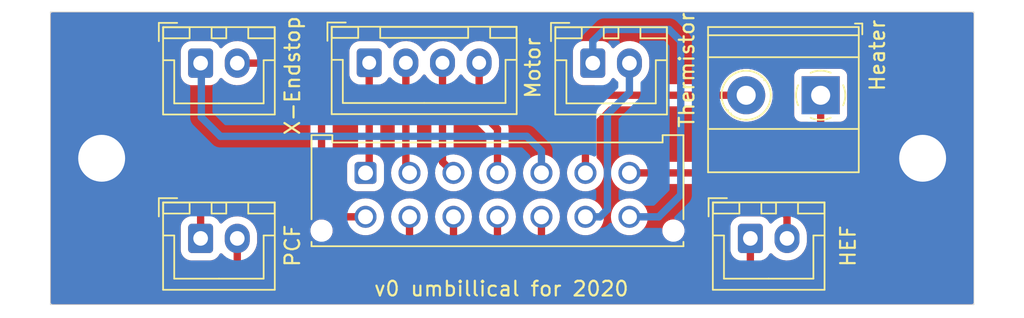
<source format=kicad_pcb>
(kicad_pcb (version 20221018) (generator pcbnew)
  (layers (0 "F.Cu" signal) (31 "B.Cu" signal) (34 "B.Paste" user) (35 "F.Paste" user) (36 "B.SilkS" user "B.Silkscreen") (37 "F.SilkS" user "F.Silkscreen") (38 "B.Mask" user) (39 "F.Mask" user) (44 "Edge.Cuts" user))
  (net 0 "")
  (net 1 "Net-(J1-Pin_5)")
  (net 2 "Net-(J1-Pin_6)")
  (net 3 "Net-(J1-Pin_7)")
  (net 4 "Net-(J1-Pin_8)")
  (net 5 "Net-(J1-Pin_13)")
  (net 6 "Net-(J1-Pin_14)")
  (net 7 "/Hotend_Fan+")
  (net 8 "/Hotend_Fan-")
  (net 9 "/PartFan-")
  (net 10 "/PartFan+")
  (net 11 "/B2")
  (net 12 "/B1")
  (net 13 "/A2")
  (net 14 "/A1")
  (net 15 "GND")
  (footprint "Connector_JST:JST_XH_B4B-XH-A_1x04_P2.50mm_Vertical" (layer "F.Cu") (at 109.25 103.475)
    (fp_text reference "J2" hide)
    (fp_text value "Motor")
    (fp_line (start -2.85 -2.75) (end -2.85 -1.5) (stroke (width 0.12)) (layer "F.SilkS"))
    (fp_line (start -2.56 -2.46) (end -2.56 3.51) (stroke (width 0.12)) (layer "F.SilkS"))
    (fp_line (start -2.56 3.51) (end 10.06 3.51) (stroke (width 0.12)) (layer "F.SilkS"))
    (fp_line (start -2.55 -2.45) (end -2.55 -1.7) (stroke (width 0.12)) (layer "F.SilkS"))
    (fp_line (start -2.55 -1.7) (end -0.75 -1.7) (stroke (width 0.12)) (layer "F.SilkS"))
    (fp_line (start -2.55 -0.2) (end -1.8 -0.2) (stroke (width 0.12)) (layer "F.SilkS"))
    (fp_line (start -1.8 -0.2) (end -1.8 2.75) (stroke (width 0.12)) (layer "F.SilkS"))
    (fp_line (start -1.8 2.75) (end 3.75 2.75) (stroke (width 0.12)) (layer "F.SilkS"))
    (fp_line (start -1.6 -2.75) (end -2.85 -2.75) (stroke (width 0.12)) (layer "F.SilkS"))
    (fp_line (start -0.75 -2.45) (end -2.55 -2.45) (stroke (width 0.12)) (layer "F.SilkS"))
    (fp_line (start -0.75 -1.7) (end -0.75 -2.45) (stroke (width 0.12)) (layer "F.SilkS"))
    (fp_line (start 0.75 -2.45) (end 0.75 -1.7) (stroke (width 0.12)) (layer "F.SilkS"))
    (fp_line (start 0.75 -1.7) (end 6.75 -1.7) (stroke (width 0.12)) (layer "F.SilkS"))
    (fp_line (start 6.75 -2.45) (end 0.75 -2.45) (stroke (width 0.12)) (layer "F.SilkS"))
    (fp_line (start 6.75 -1.7) (end 6.75 -2.45) (stroke (width 0.12)) (layer "F.SilkS"))
    (fp_line (start 8.25 -2.45) (end 8.25 -1.7) (stroke (width 0.12)) (layer "F.SilkS"))
    (fp_line (start 8.25 -1.7) (end 10.05 -1.7) (stroke (width 0.12)) (layer "F.SilkS"))
    (fp_line (start 9.3 -0.2) (end 9.3 2.75) (stroke (width 0.12)) (layer "F.SilkS"))
    (fp_line (start 9.3 2.75) (end 3.75 2.75) (stroke (width 0.12)) (layer "F.SilkS"))
    (fp_line (start 10.05 -2.45) (end 8.25 -2.45) (stroke (width 0.12)) (layer "F.SilkS"))
    (fp_line (start 10.05 -1.7) (end 10.05 -2.45) (stroke (width 0.12)) (layer "F.SilkS"))
    (fp_line (start 10.05 -0.2) (end 9.3 -0.2) (stroke (width 0.12)) (layer "F.SilkS"))
    (fp_line (start 10.06 -2.46) (end -2.56 -2.46) (stroke (width 0.12)) (layer "F.SilkS"))
    (fp_line (start 10.06 3.51) (end 10.06 -2.46) (stroke (width 0.12)) (layer "F.SilkS"))
    (pad "1" thru_hole roundrect (at 0 0) (size 1.7 1.95) (drill 0.95) (layers "*.Cu" "*.Mask") (roundrect_rratio 0.1470588235) (net 14 "/A1"))
    (pad "2" thru_hole oval (at 2.5 0) (size 1.7 1.95) (drill 0.95) (layers "*.Cu" "*.Mask") (net 13 "/A2"))
    (pad "3" thru_hole oval (at 5 0) (size 1.7 1.95) (drill 0.95) (layers "*.Cu" "*.Mask") (net 12 "/B1"))
    (pad "4" thru_hole oval (at 7.5 0) (size 1.7 1.95) (drill 0.95) (layers "*.Cu" "*.Mask") (net 11 "/B2"))
  )
  (footprint "MountingHole:MountingHole_3.2mm_M3_Pad" (layer "F.Cu") (at 91 110)
    (fp_text reference "H1" hide)
    (fp_text value "MountingHole_Pad")
    (pad "1" thru_hole circle (at 0 0) (size 6.4 6.4) (drill 3.2) (layers "*.Cu" "*.Mask") (net 15 "GND"))
  )
  (footprint "Connector_JST:JST_XH_B2B-XH-A_1x02_P2.50mm_Vertical" (layer "F.Cu") (at 135.25 115.475)
    (fp_text reference "J3" hide)
    (fp_text value "Hotend Fan")
    (fp_line (start -2.85 -2.75) (end -2.85 -1.5) (stroke (width 0.12)) (layer "F.SilkS"))
    (fp_line (start -2.56 -2.46) (end -2.56 3.51) (stroke (width 0.12)) (layer "F.SilkS"))
    (fp_line (start -2.56 3.51) (end 5.06 3.51) (stroke (width 0.12)) (layer "F.SilkS"))
    (fp_line (start -2.55 -2.45) (end -2.55 -1.7) (stroke (width 0.12)) (layer "F.SilkS"))
    (fp_line (start -2.55 -1.7) (end -0.75 -1.7) (stroke (width 0.12)) (layer "F.SilkS"))
    (fp_line (start -2.55 -0.2) (end -1.8 -0.2) (stroke (width 0.12)) (layer "F.SilkS"))
    (fp_line (start -1.8 -0.2) (end -1.8 2.75) (stroke (width 0.12)) (layer "F.SilkS"))
    (fp_line (start -1.8 2.75) (end 1.25 2.75) (stroke (width 0.12)) (layer "F.SilkS"))
    (fp_line (start -1.6 -2.75) (end -2.85 -2.75) (stroke (width 0.12)) (layer "F.SilkS"))
    (fp_line (start -0.75 -2.45) (end -2.55 -2.45) (stroke (width 0.12)) (layer "F.SilkS"))
    (fp_line (start -0.75 -1.7) (end -0.75 -2.45) (stroke (width 0.12)) (layer "F.SilkS"))
    (fp_line (start 0.75 -2.45) (end 0.75 -1.7) (stroke (width 0.12)) (layer "F.SilkS"))
    (fp_line (start 0.75 -1.7) (end 1.75 -1.7) (stroke (width 0.12)) (layer "F.SilkS"))
    (fp_line (start 1.75 -2.45) (end 0.75 -2.45) (stroke (width 0.12)) (layer "F.SilkS"))
    (fp_line (start 1.75 -1.7) (end 1.75 -2.45) (stroke (width 0.12)) (layer "F.SilkS"))
    (fp_line (start 3.25 -2.45) (end 3.25 -1.7) (stroke (width 0.12)) (layer "F.SilkS"))
    (fp_line (start 3.25 -1.7) (end 5.05 -1.7) (stroke (width 0.12)) (layer "F.SilkS"))
    (fp_line (start 4.3 -0.2) (end 4.3 2.75) (stroke (width 0.12)) (layer "F.SilkS"))
    (fp_line (start 4.3 2.75) (end 1.25 2.75) (stroke (width 0.12)) (layer "F.SilkS"))
    (fp_line (start 5.05 -2.45) (end 3.25 -2.45) (stroke (width 0.12)) (layer "F.SilkS"))
    (fp_line (start 5.05 -1.7) (end 5.05 -2.45) (stroke (width 0.12)) (layer "F.SilkS"))
    (fp_line (start 5.05 -0.2) (end 4.3 -0.2) (stroke (width 0.12)) (layer "F.SilkS"))
    (fp_line (start 5.06 -2.46) (end -2.56 -2.46) (stroke (width 0.12)) (layer "F.SilkS"))
    (fp_line (start 5.06 3.51) (end 5.06 -2.46) (stroke (width 0.12)) (layer "F.SilkS"))
    (pad "1" thru_hole roundrect (at 0 0) (size 1.7 2) (drill 1) (layers "*.Cu" "*.Mask") (roundrect_rratio 0.1470588235) (net 8 "/Hotend_Fan-"))
    (pad "2" thru_hole oval (at 2.5 0) (size 1.7 2) (drill 1) (layers "*.Cu" "*.Mask") (net 7 "/Hotend_Fan+"))
  )
  (footprint "TerminalBlock_Phoenix:TerminalBlock_Phoenix_MKDS-1,5-2-5.08_1x02_P5.08mm_Horizontal" (layer "F.Cu") (at 140.045 105.695 180)
    (fp_text reference "J5" hide)
    (fp_text value "Heater")
    (fp_line (start -2.84 4.16) (end -2.84 4.9) (stroke (width 0.12)) (layer "F.SilkS"))
    (fp_line (start -2.84 4.9) (end -2.34 4.9) (stroke (width 0.12)) (layer "F.SilkS"))
    (fp_line (start -2.6 -5.261) (end -2.6 4.66) (stroke (width 0.12)) (layer "F.SilkS"))
    (fp_line (start -2.6 -5.261) (end 7.68 -5.261) (stroke (width 0.12)) (layer "F.SilkS"))
    (fp_line (start -2.6 -2.301) (end 7.68 -2.301) (stroke (width 0.12)) (layer "F.SilkS"))
    (fp_line (start -2.6 2.6) (end 7.68 2.6) (stroke (width 0.12)) (layer "F.SilkS"))
    (fp_line (start -2.6 4.1) (end 7.68 4.1) (stroke (width 0.12)) (layer "F.SilkS"))
    (fp_line (start -2.6 4.66) (end 7.68 4.66) (stroke (width 0.12)) (layer "F.SilkS"))
    (fp_line (start 3.853 1.023) (end 3.806 1.069) (stroke (width 0.12)) (layer "F.SilkS"))
    (fp_line (start 4.046 1.239) (end 4.011 1.274) (stroke (width 0.12)) (layer "F.SilkS"))
    (fp_line (start 6.15 -1.275) (end 6.115 -1.239) (stroke (width 0.12)) (layer "F.SilkS"))
    (fp_line (start 6.355 -1.069) (end 6.308 -1.023) (stroke (width 0.12)) (layer "F.SilkS"))
    (fp_line (start 7.68 -5.261) (end 7.68 4.66) (stroke (width 0.12)) (layer "F.SilkS"))
    (fp_arc (start -1.535427 0.683042) (mid -1.680501 -0.000524) (end -1.535 -0.684) (stroke (width 0.12)) (layer "F.SilkS"))
    (fp_arc (start -0.683042 -1.535427) (mid 0.000524 -1.680501) (end 0.684 -1.535) (stroke (width 0.12)) (layer "F.SilkS"))
    (fp_arc (start 0.028805 1.680253) (mid -0.335551 1.646659) (end -0.684 1.535) (stroke (width 0.12)) (layer "F.SilkS"))
    (fp_arc (start 0.683318 1.534756) (mid 0.349292 1.643288) (end 0 1.68) (stroke (width 0.12)) (layer "F.SilkS"))
    (fp_arc (start 1.535427 -0.683042) (mid 1.680501 0.000524) (end 1.535 0.684) (stroke (width 0.12)) (layer "F.SilkS"))
    (fp_circle (center 5.08 0) (end 6.76 0) (stroke (width 0.12)) (fill none) (layer "F.SilkS"))
    (pad "1" thru_hole rect (at 0 0 180) (size 2.6 2.6) (drill 1.3) (layers "*.Cu" "*.Mask") (net 3 "Net-(J1-Pin_7)"))
    (pad "2" thru_hole circle (at 5.08 0 180) (size 2.6 2.6) (drill 1.3) (layers "*.Cu" "*.Mask") (net 2 "Net-(J1-Pin_6)"))
  )
  (footprint "MountingHole:MountingHole_3.2mm_M3_Pad" (layer "F.Cu") (at 147 110)
    (fp_text reference "H2" hide)
    (fp_text value "MountingHole_Pad")
    (pad "1" thru_hole circle (at 0 0) (size 6.4 6.4) (drill 3.2) (layers "*.Cu" "*.Mask") (net 15 "GND"))
  )
  (footprint "Connector_JST:JST_XH_B2B-XH-A_1x02_P2.50mm_Vertical" (layer "F.Cu") (at 97.75 103.5)
    (fp_text reference "J7" hide)
    (fp_text value "X-Endstop")
    (fp_line (start -2.85 -2.75) (end -2.85 -1.5) (stroke (width 0.12)) (layer "F.SilkS"))
    (fp_line (start -2.56 -2.46) (end -2.56 3.51) (stroke (width 0.12)) (layer "F.SilkS"))
    (fp_line (start -2.56 3.51) (end 5.06 3.51) (stroke (width 0.12)) (layer "F.SilkS"))
    (fp_line (start -2.55 -2.45) (end -2.55 -1.7) (stroke (width 0.12)) (layer "F.SilkS"))
    (fp_line (start -2.55 -1.7) (end -0.75 -1.7) (stroke (width 0.12)) (layer "F.SilkS"))
    (fp_line (start -2.55 -0.2) (end -1.8 -0.2) (stroke (width 0.12)) (layer "F.SilkS"))
    (fp_line (start -1.8 -0.2) (end -1.8 2.75) (stroke (width 0.12)) (layer "F.SilkS"))
    (fp_line (start -1.8 2.75) (end 1.25 2.75) (stroke (width 0.12)) (layer "F.SilkS"))
    (fp_line (start -1.6 -2.75) (end -2.85 -2.75) (stroke (width 0.12)) (layer "F.SilkS"))
    (fp_line (start -0.75 -2.45) (end -2.55 -2.45) (stroke (width 0.12)) (layer "F.SilkS"))
    (fp_line (start -0.75 -1.7) (end -0.75 -2.45) (stroke (width 0.12)) (layer "F.SilkS"))
    (fp_line (start 0.75 -2.45) (end 0.75 -1.7) (stroke (width 0.12)) (layer "F.SilkS"))
    (fp_line (start 0.75 -1.7) (end 1.75 -1.7) (stroke (width 0.12)) (layer "F.SilkS"))
    (fp_line (start 1.75 -2.45) (end 0.75 -2.45) (stroke (width 0.12)) (layer "F.SilkS"))
    (fp_line (start 1.75 -1.7) (end 1.75 -2.45) (stroke (width 0.12)) (layer "F.SilkS"))
    (fp_line (start 3.25 -2.45) (end 3.25 -1.7) (stroke (width 0.12)) (layer "F.SilkS"))
    (fp_line (start 3.25 -1.7) (end 5.05 -1.7) (stroke (width 0.12)) (layer "F.SilkS"))
    (fp_line (start 4.3 -0.2) (end 4.3 2.75) (stroke (width 0.12)) (layer "F.SilkS"))
    (fp_line (start 4.3 2.75) (end 1.25 2.75) (stroke (width 0.12)) (layer "F.SilkS"))
    (fp_line (start 5.05 -2.45) (end 3.25 -2.45) (stroke (width 0.12)) (layer "F.SilkS"))
    (fp_line (start 5.05 -1.7) (end 5.05 -2.45) (stroke (width 0.12)) (layer "F.SilkS"))
    (fp_line (start 5.05 -0.2) (end 4.3 -0.2) (stroke (width 0.12)) (layer "F.SilkS"))
    (fp_line (start 5.06 -2.46) (end -2.56 -2.46) (stroke (width 0.12)) (layer "F.SilkS"))
    (fp_line (start 5.06 3.51) (end 5.06 -2.46) (stroke (width 0.12)) (layer "F.SilkS"))
    (pad "1" thru_hole roundrect (at 0 0) (size 1.7 2) (drill 1) (layers "*.Cu" "*.Mask") (roundrect_rratio 0.1470588235) (net 1 "Net-(J1-Pin_5)"))
    (pad "2" thru_hole oval (at 2.5 0) (size 1.7 2) (drill 1) (layers "*.Cu" "*.Mask") (net 4 "Net-(J1-Pin_8)"))
  )
  (footprint "Connector_JST:JST_XH_B2B-XH-A_1x02_P2.50mm_Vertical" (layer "F.Cu") (at 97.75 115.475)
    (fp_text reference "J4" hide)
    (fp_text value "Part Cooling Fan")
    (fp_line (start -2.85 -2.75) (end -2.85 -1.5) (stroke (width 0.12)) (layer "F.SilkS"))
    (fp_line (start -2.56 -2.46) (end -2.56 3.51) (stroke (width 0.12)) (layer "F.SilkS"))
    (fp_line (start -2.56 3.51) (end 5.06 3.51) (stroke (width 0.12)) (layer "F.SilkS"))
    (fp_line (start -2.55 -2.45) (end -2.55 -1.7) (stroke (width 0.12)) (layer "F.SilkS"))
    (fp_line (start -2.55 -1.7) (end -0.75 -1.7) (stroke (width 0.12)) (layer "F.SilkS"))
    (fp_line (start -2.55 -0.2) (end -1.8 -0.2) (stroke (width 0.12)) (layer "F.SilkS"))
    (fp_line (start -1.8 -0.2) (end -1.8 2.75) (stroke (width 0.12)) (layer "F.SilkS"))
    (fp_line (start -1.8 2.75) (end 1.25 2.75) (stroke (width 0.12)) (layer "F.SilkS"))
    (fp_line (start -1.6 -2.75) (end -2.85 -2.75) (stroke (width 0.12)) (layer "F.SilkS"))
    (fp_line (start -0.75 -2.45) (end -2.55 -2.45) (stroke (width 0.12)) (layer "F.SilkS"))
    (fp_line (start -0.75 -1.7) (end -0.75 -2.45) (stroke (width 0.12)) (layer "F.SilkS"))
    (fp_line (start 0.75 -2.45) (end 0.75 -1.7) (stroke (width 0.12)) (layer "F.SilkS"))
    (fp_line (start 0.75 -1.7) (end 1.75 -1.7) (stroke (width 0.12)) (layer "F.SilkS"))
    (fp_line (start 1.75 -2.45) (end 0.75 -2.45) (stroke (width 0.12)) (layer "F.SilkS"))
    (fp_line (start 1.75 -1.7) (end 1.75 -2.45) (stroke (width 0.12)) (layer "F.SilkS"))
    (fp_line (start 3.25 -2.45) (end 3.25 -1.7) (stroke (width 0.12)) (layer "F.SilkS"))
    (fp_line (start 3.25 -1.7) (end 5.05 -1.7) (stroke (width 0.12)) (layer "F.SilkS"))
    (fp_line (start 4.3 -0.2) (end 4.3 2.75) (stroke (width 0.12)) (layer "F.SilkS"))
    (fp_line (start 4.3 2.75) (end 1.25 2.75) (stroke (width 0.12)) (layer "F.SilkS"))
    (fp_line (start 5.05 -2.45) (end 3.25 -2.45) (stroke (width 0.12)) (layer "F.SilkS"))
    (fp_line (start 5.05 -1.7) (end 5.05 -2.45) (stroke (width 0.12)) (layer "F.SilkS"))
    (fp_line (start 5.05 -0.2) (end 4.3 -0.2) (stroke (width 0.12)) (layer "F.SilkS"))
    (fp_line (start 5.06 -2.46) (end -2.56 -2.46) (stroke (width 0.12)) (layer "F.SilkS"))
    (fp_line (start 5.06 3.51) (end 5.06 -2.46) (stroke (width 0.12)) (layer "F.SilkS"))
    (pad "1" thru_hole roundrect (at 0 0) (size 1.7 2) (drill 1) (layers "*.Cu" "*.Mask") (roundrect_rratio 0.1470588235) (net 10 "/PartFan+"))
    (pad "2" thru_hole oval (at 2.5 0) (size 1.7 2) (drill 1) (layers "*.Cu" "*.Mask") (net 9 "/PartFan-"))
  )
  (footprint "Connector_JST:JST_XH_B2B-XH-A_1x02_P2.50mm_Vertical" (layer "F.Cu") (at 124.5 103.5)
    (fp_text reference "J6" hide)
    (fp_text value "Thermistor")
    (fp_line (start -2.85 -2.75) (end -2.85 -1.5) (stroke (width 0.12)) (layer "F.SilkS"))
    (fp_line (start -2.56 -2.46) (end -2.56 3.51) (stroke (width 0.12)) (layer "F.SilkS"))
    (fp_line (start -2.56 3.51) (end 5.06 3.51) (stroke (width 0.12)) (layer "F.SilkS"))
    (fp_line (start -2.55 -2.45) (end -2.55 -1.7) (stroke (width 0.12)) (layer "F.SilkS"))
    (fp_line (start -2.55 -1.7) (end -0.75 -1.7) (stroke (width 0.12)) (layer "F.SilkS"))
    (fp_line (start -2.55 -0.2) (end -1.8 -0.2) (stroke (width 0.12)) (layer "F.SilkS"))
    (fp_line (start -1.8 -0.2) (end -1.8 2.75) (stroke (width 0.12)) (layer "F.SilkS"))
    (fp_line (start -1.8 2.75) (end 1.25 2.75) (stroke (width 0.12)) (layer "F.SilkS"))
    (fp_line (start -1.6 -2.75) (end -2.85 -2.75) (stroke (width 0.12)) (layer "F.SilkS"))
    (fp_line (start -0.75 -2.45) (end -2.55 -2.45) (stroke (width 0.12)) (layer "F.SilkS"))
    (fp_line (start -0.75 -1.7) (end -0.75 -2.45) (stroke (width 0.12)) (layer "F.SilkS"))
    (fp_line (start 0.75 -2.45) (end 0.75 -1.7) (stroke (width 0.12)) (layer "F.SilkS"))
    (fp_line (start 0.75 -1.7) (end 1.75 -1.7) (stroke (width 0.12)) (layer "F.SilkS"))
    (fp_line (start 1.75 -2.45) (end 0.75 -2.45) (stroke (width 0.12)) (layer "F.SilkS"))
    (fp_line (start 1.75 -1.7) (end 1.75 -2.45) (stroke (width 0.12)) (layer "F.SilkS"))
    (fp_line (start 3.25 -2.45) (end 3.25 -1.7) (stroke (width 0.12)) (layer "F.SilkS"))
    (fp_line (start 3.25 -1.7) (end 5.05 -1.7) (stroke (width 0.12)) (layer "F.SilkS"))
    (fp_line (start 4.3 -0.2) (end 4.3 2.75) (stroke (width 0.12)) (layer "F.SilkS"))
    (fp_line (start 4.3 2.75) (end 1.25 2.75) (stroke (width 0.12)) (layer "F.SilkS"))
    (fp_line (start 5.05 -2.45) (end 3.25 -2.45) (stroke (width 0.12)) (layer "F.SilkS"))
    (fp_line (start 5.05 -1.7) (end 5.05 -2.45) (stroke (width 0.12)) (layer "F.SilkS"))
    (fp_line (start 5.05 -0.2) (end 4.3 -0.2) (stroke (width 0.12)) (layer "F.SilkS"))
    (fp_line (start 5.06 -2.46) (end -2.56 -2.46) (stroke (width 0.12)) (layer "F.SilkS"))
    (fp_line (start 5.06 3.51) (end 5.06 -2.46) (stroke (width 0.12)) (layer "F.SilkS"))
    (pad "1" thru_hole roundrect (at 0 0) (size 1.7 2) (drill 1) (layers "*.Cu" "*.Mask") (roundrect_rratio 0.1470588235) (net 6 "Net-(J1-Pin_14)"))
    (pad "2" thru_hole oval (at 2.5 0) (size 1.7 2) (drill 1) (layers "*.Cu" "*.Mask") (net 5 "Net-(J1-Pin_13)"))
  )
  (footprint "Connector_Molex:Molex_Micro-Fit_3.0_43045-1412_2x07_P3.00mm_Vertical" (layer "F.Cu") (at 109 111)
    (fp_text reference "J1" hide)
    (fp_text value "Conn_02x08_Odd_Even")
    (fp_line (start -3.685 -2.58) (end -2.265 -2.58) (stroke (width 0.12)) (layer "F.SilkS"))
    (fp_line (start -3.685 3.17) (end -3.685 -2.58) (stroke (width 0.12)) (layer "F.SilkS"))
    (fp_line (start -3.685 4.71) (end -3.685 5.01) (stroke (width 0.12)) (layer "F.SilkS"))
    (fp_line (start -3.685 5.01) (end 21.685 5.01) (stroke (width 0.12)) (layer "F.SilkS"))
    (fp_line (start -2.265 -2.58) (end -2.265 -2.08) (stroke (width 0.12)) (layer "F.SilkS"))
    (fp_line (start -2.265 -2.08) (end 20.265 -2.08) (stroke (width 0.12)) (layer "F.SilkS"))
    (fp_line (start 20.265 -2.58) (end 21.685 -2.58) (stroke (width 0.12)) (layer "F.SilkS"))
    (fp_line (start 20.265 -2.08) (end 20.265 -2.58) (stroke (width 0.12)) (layer "F.SilkS"))
    (fp_line (start 21.685 -2.58) (end 21.685 3.17) (stroke (width 0.12)) (layer "F.SilkS"))
    (fp_line (start 21.685 5.01) (end 21.685 4.71) (stroke (width 0.12)) (layer "F.SilkS"))
    (pad "" np_thru_hole circle (at -3 3.94) (size 1.02 1.02) (drill 1.02) (layers "*.Cu" "*.Mask"))
    (pad "" np_thru_hole circle (at 21 3.94) (size 1.02 1.02) (drill 1.02) (layers "*.Cu" "*.Mask"))
    (pad "1" thru_hole roundrect (at 0 0) (size 1.5 1.5) (drill 1.02) (layers "*.Cu" "*.Mask") (roundrect_rratio 0.1666673333) (net 14 "/A1"))
    (pad "2" thru_hole circle (at 3 0) (size 1.5 1.5) (drill 1.02) (layers "*.Cu" "*.Mask") (net 13 "/A2"))
    (pad "3" thru_hole circle (at 6 0) (size 1.5 1.5) (drill 1.02) (layers "*.Cu" "*.Mask") (net 12 "/B1"))
    (pad "4" thru_hole circle (at 9 0) (size 1.5 1.5) (drill 1.02) (layers "*.Cu" "*.Mask") (net 11 "/B2"))
    (pad "5" thru_hole circle (at 12 0) (size 1.5 1.5) (drill 1.02) (layers "*.Cu" "*.Mask") (net 1 "Net-(J1-Pin_5)"))
    (pad "6" thru_hole circle (at 15 0) (size 1.5 1.5) (drill 1.02) (layers "*.Cu" "*.Mask") (net 2 "Net-(J1-Pin_6)"))
    (pad "7" thru_hole circle (at 18 0) (size 1.5 1.5) (drill 1.02) (layers "*.Cu" "*.Mask") (net 3 "Net-(J1-Pin_7)"))
    (pad "8" thru_hole circle (at 0 3) (size 1.5 1.5) (drill 1.02) (layers "*.Cu" "*.Mask") (net 4 "Net-(J1-Pin_8)"))
    (pad "9" thru_hole circle (at 3 3) (size 1.5 1.5) (drill 1.02) (layers "*.Cu" "*.Mask") (net 10 "/PartFan+"))
    (pad "10" thru_hole circle (at 6 3) (size 1.5 1.5) (drill 1.02) (layers "*.Cu" "*.Mask") (net 9 "/PartFan-"))
    (pad "11" thru_hole circle (at 9 3) (size 1.5 1.5) (drill 1.02) (layers "*.Cu" "*.Mask") (net 8 "/Hotend_Fan-"))
    (pad "12" thru_hole circle (at 12 3) (size 1.5 1.5) (drill 1.02) (layers "*.Cu" "*.Mask") (net 7 "/Hotend_Fan+"))
    (pad "13" thru_hole circle (at 15 3) (size 1.5 1.5) (drill 1.02) (layers "*.Cu" "*.Mask") (net 5 "Net-(J1-Pin_13)"))
    (pad "14" thru_hole circle (at 18 3) (size 1.5 1.5) (drill 1.02) (layers "*.Cu" "*.Mask") (net 6 "Net-(J1-Pin_14)"))
  )
  (gr_rect (start 87.5 100) (end 150.5 120) (stroke (width 0.05)) (fill none) (layer "Edge.Cuts"))
  (gr_text "PCF" (at 104.6 117.5 90) (layer "F.SilkS") (effects (font (size 1 1)) (justify left bottom)))
  (gr_text "X-Endstop" (at 104.6 108.5 90) (layer "F.SilkS") (effects (font (size 1 1)) (justify left bottom)))
  (gr_text "Thermistor" (at 131.5 108 90) (layer "F.SilkS") (effects (font (size 1 1)) (justify left bottom)))
  (gr_text "Heater" (at 144.5 105.5 90) (layer "F.SilkS") (effects (font (size 1 1)) (justify left bottom)))
  (gr_text "HEF" (at 142.5 117.5 90) (layer "F.SilkS") (effects (font (size 1 1)) (justify left bottom)))
  (gr_text "v0 umbillical for 2020" (at 109.5 119.5) (layer "F.SilkS") (effects (font (size 1 1)) (justify left bottom)))
  (gr_text "Motor" (at 121 106 90) (layer "F.SilkS") (effects (font (size 1 1)) (justify left bottom)))
  (segment (start 121 111) (end 121 109.5) (width 0.5) (layer "B.Cu") (net 1))
  (segment (start 97.8 107.2) (end 97.8 103.55) (width 0.5) (layer "B.Cu") (net 1))
  (segment (start 97.8 103.55) (end 97.75 103.5) (width 0.5) (layer "B.Cu") (net 1))
  (segment (start 99.1 108.5) (end 97.8 107.2) (width 0.5) (layer "B.Cu") (net 1))
  (segment (start 121 109.5) (end 120 108.5) (width 0.5) (layer "B.Cu") (net 1))
  (segment (start 120 108.5) (end 99.1 108.5) (width 0.5) (layer "B.Cu") (net 1))
  (segment (start 124 107) (end 124 111) (width 0.5) (layer "F.Cu") (net 2))
  (segment (start 134.965 105.695) (end 125.305 105.695) (width 0.5) (layer "F.Cu") (net 2))
  (segment (start 125.305 105.695) (end 124 107) (width 0.5) (layer "F.Cu") (net 2))
  (segment (start 140.045 109.455) (end 138.5 111) (width 0.5) (layer "F.Cu") (net 3))
  (segment (start 138.5 111) (end 127 111) (width 0.5) (layer "F.Cu") (net 3))
  (segment (start 140.045 105.695) (end 140.045 109.455) (width 0.5) (layer "F.Cu") (net 3))
  (segment (start 109 114) (end 107.5 114) (width 0.5) (layer "F.Cu") (net 4))
  (segment (start 107.5 114) (end 106 112.5) (width 0.5) (layer "F.Cu") (net 4))
  (segment (start 106 112.5) (end 106 105) (width 0.5) (layer "F.Cu") (net 4))
  (segment (start 104.5 103.5) (end 100.25 103.5) (width 0.5) (layer "F.Cu") (net 4))
  (segment (start 106 105) (end 104.5 103.5) (width 0.5) (layer "F.Cu") (net 4))
  (segment (start 127 105.5) (end 125.5 107) (width 0.5) (layer "B.Cu") (net 5))
  (segment (start 125.5 113.5) (end 125 114) (width 0.5) (layer "B.Cu") (net 5))
  (segment (start 125.5 107) (end 125.5 113.5) (width 0.5) (layer "B.Cu") (net 5))
  (segment (start 127 103.5) (end 127 105.5) (width 0.5) (layer "B.Cu") (net 5))
  (segment (start 125 114) (end 124 114) (width 0.5) (layer "B.Cu") (net 5))
  (segment (start 125.3 101.2) (end 129.7 101.2) (width 0.5) (layer "B.Cu") (net 6))
  (segment (start 124.5 103.5) (end 124.5 102) (width 0.5) (layer "B.Cu") (net 6))
  (segment (start 129 114) (end 127 114) (width 0.5) (layer "B.Cu") (net 6))
  (segment (start 130.5 112.5) (end 129 114) (width 0.5) (layer "B.Cu") (net 6))
  (segment (start 129.7 101.2) (end 130.5 102) (width 0.5) (layer "B.Cu") (net 6))
  (segment (start 124.5 102) (end 125.3 101.2) (width 0.5) (layer "B.Cu") (net 6))
  (segment (start 130.5 102) (end 130.5 112.5) (width 0.5) (layer "B.Cu") (net 6))
  (segment (start 137.75 115.475) (end 137.75 113.95) (width 0.5) (layer "F.Cu") (net 7))
  (segment (start 133.2 112.8) (end 132 114) (width 0.5) (layer "F.Cu") (net 7))
  (segment (start 121 115.5) (end 121 114) (width 0.5) (layer "F.Cu") (net 7))
  (segment (start 137.75 113.95) (end 136.6 112.8) (width 0.5) (layer "F.Cu") (net 7))
  (segment (start 136.6 112.8) (end 133.2 112.8) (width 0.5) (layer "F.Cu") (net 7))
  (segment (start 132 115.75) (end 131.25 116.5) (width 0.5) (layer "F.Cu") (net 7))
  (segment (start 122 116.5) (end 121 115.5) (width 0.5) (layer "F.Cu") (net 7))
  (segment (start 132 114) (end 132 115.75) (width 0.5) (layer "F.Cu") (net 7))
  (segment (start 131.25 116.5) (end 122 116.5) (width 0.5) (layer "F.Cu") (net 7))
  (segment (start 137.75 115.975) (end 137.75 115.475) (width 0.5) (layer "F.Cu") (net 7))
  (segment (start 118 117) (end 118 114) (width 0.5) (layer "F.Cu") (net 8))
  (segment (start 119.2 118.2) (end 118 117) (width 0.5) (layer "F.Cu") (net 8))
  (segment (start 135.25 117.25) (end 134.3 118.2) (width 0.5) (layer "F.Cu") (net 8))
  (segment (start 135.25 115.475) (end 135.25 117.25) (width 0.5) (layer "F.Cu") (net 8))
  (segment (start 134.3 118.2) (end 119.2 118.2) (width 0.5) (layer "F.Cu") (net 8))
  (segment (start 101 118) (end 114 118) (width 0.5) (layer "F.Cu") (net 9))
  (segment (start 115 117) (end 115 114) (width 0.5) (layer "F.Cu") (net 9))
  (segment (start 100.25 115.475) (end 100.25 117.25) (width 0.5) (layer "F.Cu") (net 9))
  (segment (start 100.25 117.25) (end 101 118) (width 0.5) (layer "F.Cu") (net 9))
  (segment (start 114 118) (end 115 117) (width 0.5) (layer "F.Cu") (net 9))
  (segment (start 102.3 112.8) (end 103.5 114) (width 0.5) (layer "F.Cu") (net 10))
  (segment (start 97.75 115.475) (end 97.75 113.75) (width 0.5) (layer "F.Cu") (net 10))
  (segment (start 98.7 112.8) (end 102.3 112.8) (width 0.5) (layer "F.Cu") (net 10))
  (segment (start 103.5 114) (end 103.5 115.5) (width 0.5) (layer "F.Cu") (net 10))
  (segment (start 112 115.5) (end 112 114) (width 0.5) (layer "F.Cu") (net 10))
  (segment (start 104.5 116.5) (end 111 116.5) (width 0.5) (layer "F.Cu") (net 10))
  (segment (start 103.5 115.5) (end 104.5 116.5) (width 0.5) (layer "F.Cu") (net 10))
  (segment (start 111 116.5) (end 112 115.5) (width 0.5) (layer "F.Cu") (net 10))
  (segment (start 97.75 113.75) (end 98.7 112.8) (width 0.5) (layer "F.Cu") (net 10))
  (segment (start 116.75 106.75) (end 118 108) (width 0.5) (layer "F.Cu") (net 11))
  (segment (start 116.75 103.475) (end 116.75 106.75) (width 0.5) (layer "F.Cu") (net 11))
  (segment (start 118 108) (end 118 111) (width 0.5) (layer "F.Cu") (net 11))
  (segment (start 114.25 103.475) (end 114.25 110.25) (width 0.5) (layer "F.Cu") (net 12))
  (segment (start 114.25 110.25) (end 115 111) (width 0.5) (layer "F.Cu") (net 12))
  (segment (start 111.75 110.75) (end 112 111) (width 0.5) (layer "F.Cu") (net 13))
  (segment (start 111.75 103.475) (end 111.75 110.75) (width 0.5) (layer "F.Cu") (net 13))
  (segment (start 109.25 103.475) (end 109.25 110.75) (width 0.5) (layer "F.Cu") (net 14))
  (segment (start 109.25 110.75) (end 109 111) (width 0.5) (layer "F.Cu") (net 14))
  (zone (net 15) (net_name "GND") (layers "F&B.Cu") (connect_pads yes (clearance 0.508)) (min_thickness 0.25) (fill yes (thermal_gap 0.5) (thermal_bridge_width 0.5) (island_removal_mode 1) (island_area_min 10))
    (polygon (pts (xy 87.5 100) (xy 150.5 100) (xy 150.5 120) (xy 87.5 120)))
  )
)
</source>
